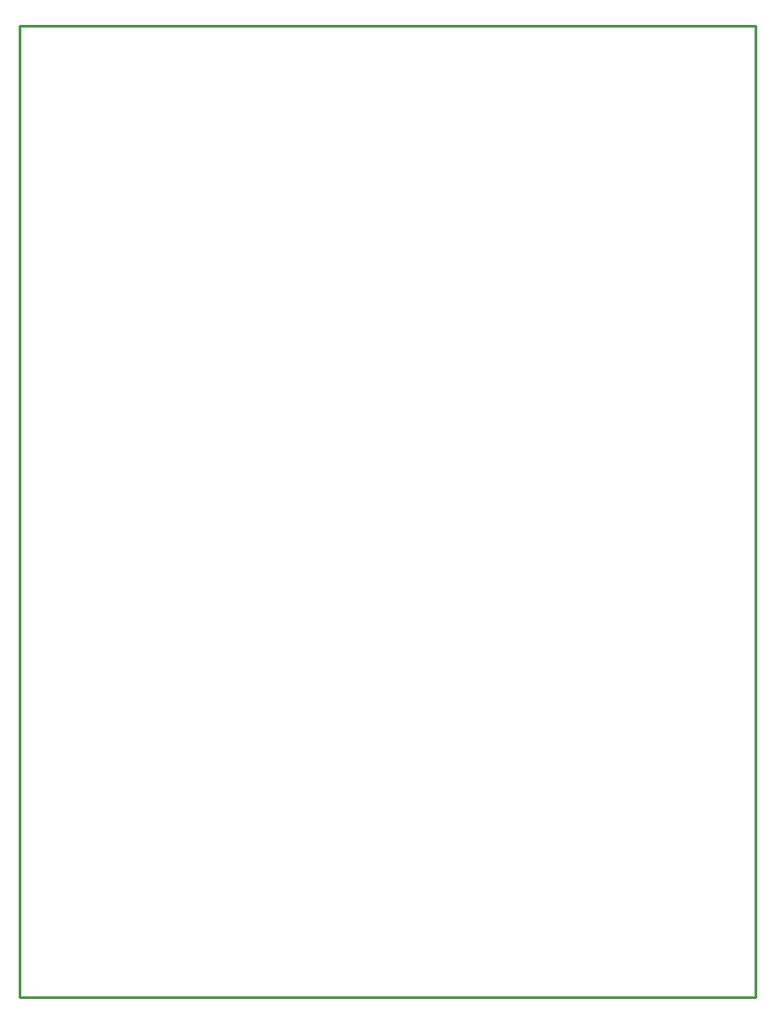
<source format=gko>
G04 Layer_Color=16711935*
%FSTAX24Y24*%
%MOIN*%
G70*
G01*
G75*
%ADD51C,0.0100*%
D51*
X0255Y01455D02*
X0262D01*
X0531D02*
Y051D01*
X0255Y01455D02*
Y051D01*
X0531D01*
X0262Y01455D02*
X0531D01*
M02*

</source>
